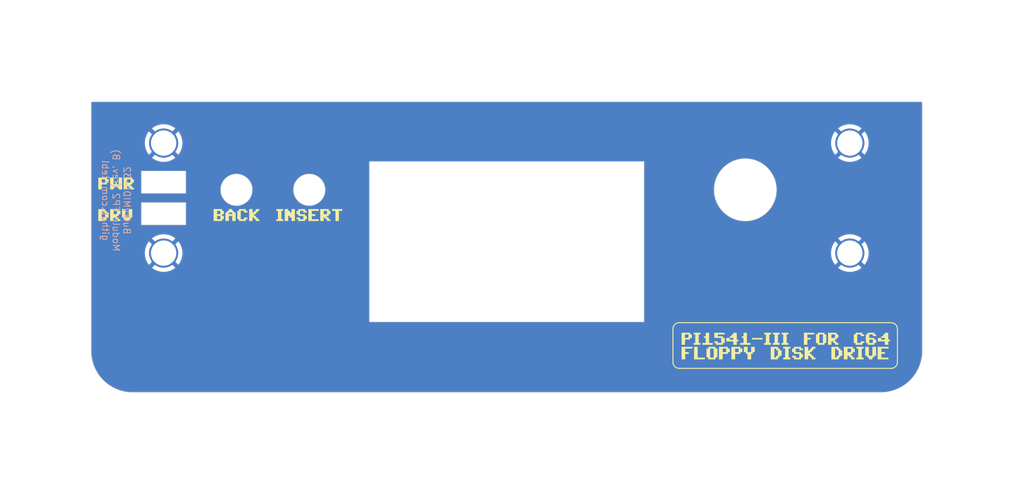
<source format=kicad_pcb>
(kicad_pcb (version 20221018) (generator pcbnew)
  (layers (0 "F.Cu" signal) (31 "B.Cu" signal) (34 "B.Paste" user) (35 "F.Paste" user) (36 "B.SilkS" user "B.Silkscreen") (37 "F.SilkS" user "F.Silkscreen") (38 "B.Mask" user) (39 "F.Mask" user) (44 "Edge.Cuts" user))
  (net 0 "")
  (net 1 "GND")
  (footprint "mounting:M3_pin" (layer "F.Cu") (at 99.815 129.199)
    (fp_text reference "M1" hide)
    (fp_text value "Mounting_Pin" hide)
    (pad "1" thru_hole circle (at 0 0) (size 3.5 3.5) (drill 3.048) (layers "*.Cu" "*.Mask") (net 1 "GND"))
  )
  (footprint "mounting:M3_pin" (layer "F.Cu") (at 182.365 129.199)
    (fp_text reference "M2" hide)
    (fp_text value "Mounting_Pin" hide)
    (pad "1" thru_hole circle (at 0 0) (size 3.5 3.5) (drill 3.048) (layers "*.Cu" "*.Mask") (net 1 "GND"))
  )
  (footprint "mounting:M3_pin" (layer "F.Cu") (at 182.365 115.949)
    (fp_text reference "M3" hide)
    (fp_text value "Mounting_Pin" hide)
    (pad "1" thru_hole circle (at 0 0) (size 3.5 3.5) (drill 3.048) (layers "*.Cu" "*.Mask") (net 1 "GND"))
  )
  (footprint "mounting:M3_pin" (layer "F.Cu") (at 99.815 115.949)
    (fp_text reference "M4" hide)
    (fp_text value "Mounting_Pin" hide)
    (pad "1" thru_hole circle (at 0 0) (size 3.5 3.5) (drill 3.048) (layers "*.Cu" "*.Mask") (net 1 "GND"))
  )
  (footprint "Pi1541:Pi1541-PWR" (layer "F.Cu") (at 94.1 120.817)
    (fp_text reference "G***" hide)
    (fp_text value "LOGO" hide)
    (fp_poly (pts (xy -1.118718 -0.508508) (xy -0.915315 -0.508508) (xy -0.915315 -0.101701) (xy -1.118718 -0.101701) (xy -1.118718 0.101702) (xy -1.728929 0.101702) (xy -1.728929 0.711912) (xy -2.135735 0.711912) (xy -2.135735 -0.508508) (xy -1.728929 -0.508508) (xy -1.728929 -0.101701) (xy -1.322122 -0.101701) (xy -1.322122 -0.508508) (xy -1.728929 -0.508508) (xy -2.135735 -0.508508) (xy -2.135735 -0.711911) (xy -1.118718 -0.711911) (xy -1.118718 -0.508508)) (stroke (width 0.01)) (fill solid) (layer "F.SilkS"))
    (fp_poly (pts (xy -0.305105 0.101702) (xy -0.101701 0.101702) (xy -0.101701 -0.101701) (xy 0.101702 -0.101701) (xy 0.101702 0.101702) (xy 0.305105 0.101702) (xy 0.305105 -0.711911) (xy 0.711912 -0.711911) (xy 0.711912 0.711912) (xy 0.305105 0.711912) (xy 0.305105 0.508509) (xy 0.101702 0.508509) (xy 0.101702 0.305106) (xy -0.101701 0.305106) (xy -0.101701 0.508509) (xy -0.305105 0.508509) (xy -0.305105 0.711912) (xy -0.711912 0.711912) (xy -0.711912 -0.711911) (xy -0.305105 -0.711911) (xy -0.305105 0.101702)) (stroke (width 0.01)) (fill solid) (layer "F.SilkS"))
    (fp_poly (pts (xy 1.932333 -0.508508) (xy 2.135736 -0.508508) (xy 2.135736 -0.101701) (xy 1.932333 -0.101701) (xy 1.932333 0.101702) (xy 1.728929 0.101702) (xy 1.728929 0.305106) (xy 1.932333 0.305106) (xy 1.932333 0.508509) (xy 2.135736 0.508509) (xy 2.135736 0.711912) (xy 1.728929 0.711912) (xy 1.728929 0.508509) (xy 1.525526 0.508509) (xy 1.525526 0.305106) (xy 1.322122 0.305106) (xy 1.322122 0.711912) (xy 0.915316 0.711912) (xy 0.915316 -0.508508) (xy 1.322122 -0.508508) (xy 1.322122 -0.101701) (xy 1.728929 -0.101701) (xy 1.728929 -0.508508) (xy 1.322122 -0.508508) (xy 0.915316 -0.508508) (xy 0.915316 -0.711911) (xy 1.932333 -0.711911) (xy 1.932333 -0.508508)) (stroke (width 0.01)) (fill solid) (layer "F.SilkS"))
  )
  (footprint "Pi1541:Pi1541-DRV" (layer "F.Cu") (at 94.1 124.6162)
    (fp_text reference "G***" hide)
    (fp_text value "LOGO" hide)
    (fp_poly (pts (xy 1.118719 0.305106) (xy 1.525526 0.305106) (xy 1.525526 -0.711911) (xy 1.932333 -0.711911) (xy 1.932333 0.305106) (xy 1.728929 0.305106) (xy 1.728929 0.508509) (xy 1.525526 0.508509) (xy 1.525526 0.711912) (xy 1.118719 0.711912) (xy 1.118719 0.508509) (xy 0.915316 0.508509) (xy 0.915316 0.305106) (xy 0.711912 0.305106) (xy 0.711912 -0.711911) (xy 1.118719 -0.711911) (xy 1.118719 0.305106)) (stroke (width 0.01)) (fill solid) (layer "F.SilkS"))
    (fp_poly (pts (xy -1.322122 -0.508508) (xy -1.118718 -0.508508) (xy -1.118718 -0.305105) (xy -0.915315 -0.305105) (xy -0.915315 0.305106) (xy -1.118718 0.305106) (xy -1.118718 0.508509) (xy -1.322122 0.508509) (xy -1.322122 0.711912) (xy -2.135735 0.711912) (xy -2.135735 -0.508508) (xy -1.728929 -0.508508) (xy -1.728929 0.508509) (xy -1.525525 0.508509) (xy -1.525525 0.305106) (xy -1.322122 0.305106) (xy -1.322122 -0.305105) (xy -1.525525 -0.305105) (xy -1.525525 -0.508508) (xy -1.728929 -0.508508) (xy -2.135735 -0.508508) (xy -2.135735 -0.711911) (xy -1.322122 -0.711911) (xy -1.322122 -0.508508)) (stroke (width 0.01)) (fill solid) (layer "F.SilkS"))
    (fp_poly (pts (xy 0.305105 -0.508508) (xy 0.508509 -0.508508) (xy 0.508509 -0.101701) (xy 0.305105 -0.101701) (xy 0.305105 0.101702) (xy 0.101702 0.101702) (xy 0.101702 0.305106) (xy 0.305105 0.305106) (xy 0.305105 0.508509) (xy 0.508509 0.508509) (xy 0.508509 0.711912) (xy 0.101702 0.711912) (xy 0.101702 0.508509) (xy -0.101701 0.508509) (xy -0.101701 0.305106) (xy -0.305105 0.305106) (xy -0.305105 0.711912) (xy -0.711912 0.711912) (xy -0.711912 -0.508508) (xy -0.305105 -0.508508) (xy -0.305105 -0.101701) (xy 0.101702 -0.101701) (xy 0.101702 -0.508508) (xy -0.305105 -0.508508) (xy -0.711912 -0.508508) (xy -0.711912 -0.711911) (xy 0.305105 -0.711911) (xy 0.305105 -0.508508)) (stroke (width 0.01)) (fill solid) (layer "F.SilkS"))
  )
  (footprint "Pi1541:Pi1541-Insert" (layer "F.Cu") (at 117.338 124.6162)
    (fp_text reference "G***" hide)
    (fp_text value "LOGO" hide)
    (fp_poly (pts (xy 3.966366 -0.508508) (xy 3.559559 -0.508508) (xy 3.559559 0.711912) (xy 3.152753 0.711912) (xy 3.152753 -0.508508) (xy 2.745946 -0.508508) (xy 2.745946 -0.711911) (xy 3.966366 -0.711911) (xy 3.966366 -0.508508)) (stroke (width 0.01)) (fill solid) (layer "F.SilkS"))
    (fp_poly (pts (xy -3.152753 -0.508508) (xy -3.356156 -0.508508) (xy -3.356156 0.508509) (xy -3.152753 0.508509) (xy -3.152753 0.711912) (xy -3.966366 0.711912) (xy -3.966366 0.508509) (xy -3.762963 0.508509) (xy -3.762963 -0.508508) (xy -3.966366 -0.508508) (xy -3.966366 -0.711911) (xy -3.152753 -0.711911) (xy -3.152753 -0.508508)) (stroke (width 0.01)) (fill solid) (layer "F.SilkS"))
    (fp_poly (pts (xy 1.118719 -0.508508) (xy 0.305105 -0.508508) (xy 0.305105 -0.101701) (xy 0.711912 -0.101701) (xy 0.711912 0.101702) (xy 0.305105 0.101702) (xy 0.305105 0.508509) (xy 1.118719 0.508509) (xy 1.118719 0.711912) (xy -0.101702 0.711912) (xy -0.101702 -0.711911) (xy 1.118719 -0.711911) (xy 1.118719 -0.508508)) (stroke (width 0.01)) (fill solid) (layer "F.SilkS"))
    (fp_poly (pts (xy -2.542543 -0.508508) (xy -2.339139 -0.508508) (xy -2.339139 -0.305105) (xy -2.135736 -0.305105) (xy -2.135736 -0.711911) (xy -1.728929 -0.711911) (xy -1.728929 0.711912) (xy -2.135736 0.711912) (xy -2.135736 0.305106) (xy -2.339139 0.305106) (xy -2.339139 0.101702) (xy -2.542543 0.101702) (xy -2.542543 0.711912) (xy -2.949349 0.711912) (xy -2.949349 -0.711911) (xy -2.542543 -0.711911) (xy -2.542543 -0.508508)) (stroke (width 0.01)) (fill solid) (layer "F.SilkS"))
    (fp_poly (pts (xy 2.339139 -0.508508) (xy 2.542542 -0.508508) (xy 2.542542 -0.101701) (xy 2.339139 -0.101701) (xy 2.339139 0.101702) (xy 2.135736 0.101702) (xy 2.135736 0.305106) (xy 2.339139 0.305106) (xy 2.339139 0.508509) (xy 2.542542 0.508509) (xy 2.542542 0.711912) (xy 2.135736 0.711912) (xy 2.135736 0.508509) (xy 1.932332 0.508509) (xy 1.932332 0.305106) (xy 1.728929 0.305106) (xy 1.728929 0.711912) (xy 1.322122 0.711912) (xy 1.322122 -0.508508) (xy 1.728929 -0.508508) (xy 1.728929 -0.101701) (xy 2.135736 -0.101701) (xy 2.135736 -0.508508) (xy 1.728929 -0.508508) (xy 1.322122 -0.508508) (xy 1.322122 -0.711911) (xy 2.339139 -0.711911) (xy 2.339139 -0.508508)) (stroke (width 0.01)) (fill solid) (layer "F.SilkS"))
    (fp_poly (pts (xy -0.508509 -0.508508) (xy -0.305105 -0.508508) (xy -0.305105 -0.305105) (xy -0.711912 -0.305105) (xy -0.711912 -0.508508) (xy -1.118719 -0.508508) (xy -1.118719 -0.101701) (xy -0.508509 -0.101701) (xy -0.508509 0.101702) (xy -0.305105 0.101702) (xy -0.305105 0.508509) (xy -0.508509 0.508509) (xy -0.508509 0.711912) (xy -1.322122 0.711912) (xy -1.322122 0.508509) (xy -1.525526 0.508509) (xy -1.525526 0.305106) (xy -1.118719 0.305106) (xy -1.118719 0.508509) (xy -0.711912 0.508509) (xy -0.711912 0.101702) (xy -1.322122 0.101702) (xy -1.322122 -0.101701) (xy -1.525526 -0.101701) (xy -1.525526 -0.508508) (xy -1.322122 -0.508508) (xy -1.322122 -0.711911) (xy -0.508509 -0.711911) (xy -0.508509 -0.508508)) (stroke (width 0.01)) (fill solid) (layer "F.SilkS"))
  )
  (footprint "Pi1541:Pi1541-Back" (layer "F.Cu") (at 108.578 124.6162)
    (fp_text reference "G***" hide)
    (fp_text value "LOGO" hide)
    (fp_poly (pts (xy 1.118719 -0.508508) (xy 1.322123 -0.508508) (xy 1.322123 -0.305105) (xy 0.915316 -0.305105) (xy 0.915316 -0.508508) (xy 0.508509 -0.508508) (xy 0.508509 0.508509) (xy 0.915316 0.508509) (xy 0.915316 0.305106) (xy 1.322123 0.305106) (xy 1.322123 0.508509) (xy 1.118719 0.508509) (xy 1.118719 0.711912) (xy 0.305106 0.711912) (xy 0.305106 0.508509) (xy 0.101702 0.508509) (xy 0.101702 -0.508508) (xy 0.305106 -0.508508) (xy 0.305106 -0.711911) (xy 1.118719 -0.711911) (xy 1.118719 -0.508508)) (stroke (width 0.01)) (fill solid) (layer "F.SilkS"))
    (fp_poly (pts (xy -0.508508 -0.508508) (xy -0.305105 -0.508508) (xy -0.305105 -0.305105) (xy -0.101701 -0.305105) (xy -0.101701 0.711912) (xy -0.508508 0.711912) (xy -0.508508 0.101702) (xy -0.915315 0.101702) (xy -0.915315 0.711912) (xy -1.322122 0.711912) (xy -1.322122 -0.305105) (xy -1.118718 -0.305105) (xy -0.915315 -0.305105) (xy -0.915315 -0.101701) (xy -0.508508 -0.101701) (xy -0.508508 -0.305105) (xy -0.915315 -0.305105) (xy -1.118718 -0.305105) (xy -1.118718 -0.508508) (xy -0.915315 -0.508508) (xy -0.915315 -0.711911) (xy -0.508508 -0.711911) (xy -0.508508 -0.508508)) (stroke (width 0.01)) (fill solid) (layer "F.SilkS"))
    (fp_poly (pts (xy -1.728928 -0.508508) (xy -1.525525 -0.508508) (xy -1.525525 -0.101701) (xy -1.728928 -0.101701) (xy -1.728928 0.101702) (xy -1.525525 0.101702) (xy -1.525525 0.508509) (xy -1.728928 0.508509) (xy -1.728928 0.711912) (xy -2.745945 0.711912) (xy -2.745945 0.101702) (xy -2.339139 0.101702) (xy -2.339139 0.508509) (xy -1.932332 0.508509) (xy -1.932332 0.101702) (xy -2.339139 0.101702) (xy -2.745945 0.101702) (xy -2.745945 -0.508508) (xy -2.339139 -0.508508) (xy -2.339139 -0.101701) (xy -1.932332 -0.101701) (xy -1.932332 -0.508508) (xy -2.339139 -0.508508) (xy -2.745945 -0.508508) (xy -2.745945 -0.711911) (xy -1.728928 -0.711911) (xy -1.728928 -0.508508)) (stroke (width 0.01)) (fill solid) (layer "F.SilkS"))
    (fp_poly (pts (xy 1.932333 -0.305105) (xy 2.135736 -0.305105) (xy 2.135736 -0.508508) (xy 2.33914 -0.508508) (xy 2.33914 -0.711911) (xy 2.745946 -0.711911) (xy 2.745946 -0.508508) (xy 2.542543 -0.508508) (xy 2.542543 -0.305105) (xy 2.33914 -0.305105) (xy 2.33914 -0.101701) (xy 2.135736 -0.101701) (xy 2.135736 0.101702) (xy 2.33914 0.101702) (xy 2.33914 0.305106) (xy 2.542543 0.305106) (xy 2.542543 0.508509) (xy 2.745946 0.508509) (xy 2.745946 0.711912) (xy 2.33914 0.711912) (xy 2.33914 0.508509) (xy 2.135736 0.508509) (xy 2.135736 0.305106) (xy 1.932333 0.305106) (xy 1.932333 0.711912) (xy 1.525526 0.711912) (xy 1.525526 -0.711911) (xy 1.932333 -0.711911) (xy 1.932333 -0.305105)) (stroke (width 0.01)) (fill solid) (layer "F.SilkS"))
  )
  (footprint "Pi1541:Pi1541-Decal" (layer "F.Cu") (at 174.84 141.329)
    (fp_text reference "G***" hide)
    (fp_text value "LOGO" hide)
    (fp_poly (pts (xy -2.974775 -1.728929) (xy -4.22062 -1.728929) (xy -4.22062 -1.906907) (xy -2.974775 -1.906907) (xy -2.974775 -1.728929)) (stroke (width 0.01)) (fill solid) (layer "F.SilkS"))
    (fp_poly (pts (xy -10.78038 0.457658) (xy -9.915916 0.457658) (xy -9.915916 0.661061) (xy -11.212612 0.661061) (xy -11.212612 -0.839039) (xy -10.78038 -0.839039) (xy -10.78038 0.457658)) (stroke (width 0.01)) (fill solid) (layer "F.SilkS"))
    (fp_poly (pts (xy -11.416016 -0.635636) (xy -12.28048 -0.635636) (xy -12.28048 -0.203403) (xy -11.848248 -0.203403) (xy -11.848248 0) (xy -12.28048 0) (xy -12.28048 0.661061) (xy -12.712712 0.661061) (xy -12.712712 -0.839039) (xy -11.416016 -0.839039) (xy -11.416016 -0.635636)) (stroke (width 0.01)) (fill solid) (layer "F.SilkS"))
    (fp_poly (pts (xy -10.44985 -2.339139) (xy -10.653253 -2.339139) (xy -10.653253 -1.296697) (xy -10.44985 -1.296697) (xy -10.44985 -1.093293) (xy -11.263463 -1.093293) (xy -11.263463 -1.296697) (xy -11.06006 -1.296697) (xy -11.06006 -2.339139) (xy -11.263463 -2.339139) (xy -11.263463 -2.542542) (xy -10.44985 -2.542542) (xy -10.44985 -2.339139)) (stroke (width 0.01)) (fill solid) (layer "F.SilkS"))
    (fp_poly (pts (xy -1.957758 -2.339139) (xy -2.161161 -2.339139) (xy -2.161161 -1.296697) (xy -1.957758 -1.296697) (xy -1.957758 -1.093293) (xy -2.771371 -1.093293) (xy -2.771371 -1.296697) (xy -2.567968 -1.296697) (xy -2.567968 -2.339139) (xy -2.771371 -2.339139) (xy -2.771371 -2.542542) (xy -1.957758 -2.542542) (xy -1.957758 -2.339139)) (stroke (width 0.01)) (fill solid) (layer "F.SilkS"))
    (fp_poly (pts (xy -0.915315 -2.339139) (xy -1.118719 -2.339139) (xy -1.118719 -1.296697) (xy -0.915315 -1.296697) (xy -0.915315 -1.093293) (xy -1.728929 -1.093293) (xy -1.728929 -1.296697) (xy -1.525525 -1.296697) (xy -1.525525 -2.339139) (xy -1.728929 -2.339139) (xy -1.728929 -2.542542) (xy -0.915315 -2.542542) (xy -0.915315 -2.339139)) (stroke (width 0.01)) (fill solid) (layer "F.SilkS"))
    (fp_poly (pts (xy 0.127127 -2.339139) (xy -0.076276 -2.339139) (xy -0.076276 -1.296697) (xy 0.127127 -1.296697) (xy 0.127127 -1.093293) (xy -0.686486 -1.093293) (xy -0.686486 -1.296697) (xy -0.483083 -1.296697) (xy -0.483083 -2.339139) (xy -0.686486 -2.339139) (xy -0.686486 -2.542542) (xy 0.127127 -2.542542) (xy 0.127127 -2.339139)) (stroke (width 0.01)) (fill solid) (layer "F.SilkS"))
    (fp_poly (pts (xy 12.178779 -0.635636) (xy 11.314315 -0.635636) (xy 11.314315 -0.203403) (xy 11.746547 -0.203403) (xy 11.746547 0) (xy 11.314315 0) (xy 11.314315 0.457658) (xy 12.178779 0.457658) (xy 12.178779 0.661061) (xy 10.882082 0.661061) (xy 10.882082 -0.839039) (xy 12.178779 -0.839039) (xy 12.178779 -0.635636)) (stroke (width 0.01)) (fill solid) (layer "F.SilkS"))
    (fp_poly (pts (xy 2.625175 -2.536638) (xy 3.241742 -2.52983) (xy 3.249633 -2.434484) (xy 3.257524 -2.339139) (xy 2.415416 -2.339139) (xy 2.415416 -1.906907) (xy 2.822222 -1.906907) (xy 2.822222 -1.731068) (xy 2.428128 -1.716216) (xy 2.420989 -1.404755) (xy 2.41385 -1.093293) (xy 2.008609 -1.093293) (xy 2.008609 -2.543446) (xy 2.625175 -2.536638)) (stroke (width 0.01)) (fill solid) (layer "F.SilkS"))
    (fp_poly (pts (xy -4.77998 -0.203403) (xy -4.347748 -0.203403) (xy -4.347748 -0.839039) (xy -3.915515 -0.839039) (xy -3.915515 -0.203403) (xy -4.144344 -0.203403) (xy -4.144344 0) (xy -4.347748 0) (xy -4.347748 0.661061) (xy -4.77998 0.661061) (xy -4.77998 0) (xy -4.983383 0) (xy -4.983383 -0.203403) (xy -5.212212 -0.203403) (xy -5.212212 -0.839039) (xy -4.77998 -0.839039) (xy -4.77998 -0.203403)) (stroke (width 0.01)) (fill solid) (layer "F.SilkS"))
    (fp_poly (pts (xy 9.814214 0.228829) (xy 10.246447 0.228829) (xy 10.246447 -0.839039) (xy 10.678679 -0.839039) (xy 10.678679 0.228829) (xy 10.44985 0.228829) (xy 10.44985 0.432232) (xy 10.246447 0.432232) (xy 10.246447 0.661061) (xy 9.814214 0.661061) (xy 9.814214 0.432232) (xy 9.610811 0.432232) (xy 9.610811 0.228829) (xy 9.381982 0.228829) (xy 9.381982 -0.839039) (xy 9.814214 -0.839039) (xy 9.814214 0.228829)) (stroke (width 0.01)) (fill solid) (layer "F.SilkS"))
    (fp_poly (pts (xy -7.144544 -0.635636) (xy -6.915716 -0.635636) (xy -6.915716 -0.203403) (xy -7.144544 -0.203403) (xy -7.144544 0) (xy -7.78018 0) (xy -7.78018 0.661061) (xy -8.212412 0.661061) (xy -8.212412 -0.635636) (xy -7.78018 -0.635636) (xy -7.78018 -0.203403) (xy -7.347948 -0.203403) (xy -7.347948 -0.635636) (xy -7.78018 -0.635636) (xy -8.212412 -0.635636) (xy -8.212412 -0.839039) (xy -7.144544 -0.839039) (xy -7.144544 -0.635636)) (stroke (width 0.01)) (fill solid) (layer "F.SilkS"))
    (fp_poly (pts (xy -5.644444 -0.635636) (xy -5.415615 -0.635636) (xy -5.415615 -0.203403) (xy -5.644444 -0.203403) (xy -5.644444 0) (xy -6.28008 0) (xy -6.28008 0.661061) (xy -6.712312 0.661061) (xy -6.712312 -0.635636) (xy -6.28008 -0.635636) (xy -6.28008 -0.203403) (xy -5.847848 -0.203403) (xy -5.847848 -0.635636) (xy -6.28008 -0.635636) (xy -6.712312 -0.635636) (xy -6.712312 -0.839039) (xy -5.644444 -0.839039) (xy -5.644444 -0.635636)) (stroke (width 0.01)) (fill solid) (layer "F.SilkS"))
    (fp_poly (pts (xy -9.407407 -1.296697) (xy -8.975175 -1.296697) (xy -8.975175 -1.093293) (xy -10.221021 -1.093293) (xy -10.221021 -1.296697) (xy -9.814214 -1.296697) (xy -9.814214 -1.932332) (xy -9.915916 -1.932332) (xy -9.981032 -1.935026) (xy -10.00997 -1.95166) (xy -10.01739 -1.995063) (xy -10.017617 -2.021321) (xy -10.014479 -2.078498) (xy -9.995241 -2.103762) (xy -9.945173 -2.110133) (xy -9.916944 -2.11031) (xy -9.816271 -2.11031) (xy -9.801501 -2.52983) (xy -9.604454 -2.537256) (xy -9.407407 -2.544681) (xy -9.407407 -1.296697)) (stroke (width 0.01)) (fill solid) (layer "F.SilkS"))
    (fp_poly (pts (xy -4.856256 -1.296697) (xy -4.424024 -1.296697) (xy -4.424024 -1.093293) (xy -5.66987 -1.093293) (xy -5.66987 -1.296697) (xy -5.263063 -1.296697) (xy -5.263063 -1.932332) (xy -5.364765 -1.932332) (xy -5.429881 -1.935026) (xy -5.458818 -1.95166) (xy -5.466239 -1.995063) (xy -5.466466 -2.021321) (xy -5.463328 -2.078498) (xy -5.44409 -2.103762) (xy -5.394021 -2.110133) (xy -5.365793 -2.11031) (xy -5.265119 -2.11031) (xy -5.257735 -2.32007) (xy -5.25035 -2.52983) (xy -5.053303 -2.537256) (xy -4.856256 -2.544681) (xy -4.856256 -1.296697)) (stroke (width 0.01)) (fill solid) (layer "F.SilkS"))
    (fp_poly (pts (xy 0.381382 -0.635636) (xy 0.151541 -0.635636) (xy 0.158403 -0.095345) (xy 0.165265 0.444945) (xy 0.273324 0.452763) (xy 0.341006 0.45997) (xy 0.372145 0.477928) (xy 0.380933 0.520831) (xy 0.381382 0.560821) (xy 0.381382 0.661061) (xy -0.483083 0.661061) (xy -0.483083 0.560821) (xy -0.480593 0.497856) (xy -0.463663 0.467745) (xy -0.4181 0.456296) (xy -0.375025 0.452763) (xy -0.266967 0.444945) (xy -0.260105 -0.095345) (xy -0.253243 -0.635636) (xy -0.483083 -0.635636) (xy -0.483083 -0.839039) (xy 0.381382 -0.839039) (xy 0.381382 -0.635636)) (stroke (width 0.01)) (fill solid) (layer "F.SilkS"))
    (fp_poly (pts (xy 9.178579 -0.635636) (xy 8.948739 -0.635636) (xy 8.955601 -0.095345) (xy 8.962463 0.444945) (xy 9.070521 0.452763) (xy 9.138203 0.45997) (xy 9.169342 0.477928) (xy 9.178131 0.520831) (xy 9.178579 0.560821) (xy 9.178579 0.661061) (xy 8.314114 0.661061) (xy 8.314114 0.560821) (xy 8.316604 0.497856) (xy 8.333535 0.467745) (xy 8.379098 0.456296) (xy 8.422172 0.452763) (xy 8.53023 0.444945) (xy 8.537092 -0.095345) (xy 8.543954 -0.635636) (xy 8.314114 -0.635636) (xy 8.314114 -0.839039) (xy 9.178579 -0.839039) (xy 9.178579 -0.635636)) (stroke (width 0.01)) (fill solid) (layer "F.SilkS"))
    (fp_poly (pts (xy -8.644644 -0.635636) (xy -8.415816 -0.635636) (xy -8.415816 0.429308) (xy -8.523874 0.437127) (xy -8.591745 0.444516) (xy -8.624108 0.463708) (xy -8.636189 0.509933) (xy -8.63975 0.553003) (xy -8.647568 0.661061) (xy -9.48076 0.661061) (xy -9.488578 0.553003) (xy -9.495967 0.485132) (xy -9.51516 0.452769) (xy -9.561384 0.440688) (xy -9.604454 0.437127) (xy -9.712512 0.429308) (xy -9.712512 -0.635636) (xy -9.483683 -0.635636) (xy -9.28028 -0.635636) (xy -9.28028 0.457658) (xy -8.848048 0.457658) (xy -8.848048 -0.635636) (xy -9.28028 -0.635636) (xy -9.483683 -0.635636) (xy -9.483683 -0.839039) (xy -8.644644 -0.839039) (xy -8.644644 -0.635636)) (stroke (width 0.01)) (fill solid) (layer "F.SilkS"))
    (fp_poly (pts (xy 4.474875 -2.442303) (xy 4.477365 -2.379337) (xy 4.494295 -2.349226) (xy 4.539858 -2.337777) (xy 4.582933 -2.334245) (xy 4.690991 -2.326426) (xy 4.690991 -1.309409) (xy 4.582933 -1.301591) (xy 4.515251 -1.294384) (xy 4.484112 -1.276426) (xy 4.475323 -1.233524) (xy 4.474875 -1.193533) (xy 4.474875 -1.093293) (xy 3.661261 -1.093293) (xy 3.661261 -1.296697) (xy 3.457858 -1.296697) (xy 3.457858 -2.339139) (xy 3.661261 -2.339139) (xy 3.864665 -2.339139) (xy 3.864665 -1.296697) (xy 4.296897 -1.296697) (xy 4.296897 -2.339139) (xy 3.864665 -2.339139) (xy 3.661261 -2.339139) (xy 3.661261 -2.542542) (xy 4.474875 -2.542542) (xy 4.474875 -2.442303)) (stroke (width 0.01)) (fill solid) (layer "F.SilkS"))
    (fp_poly (pts (xy -11.695695 -2.442303) (xy -11.693206 -2.379337) (xy -11.676275 -2.349226) (xy -11.630712 -2.337777) (xy -11.587637 -2.334245) (xy -11.479579 -2.326426) (xy -11.472181 -2.130892) (xy -11.464782 -1.935358) (xy -11.573882 -1.927489) (xy -11.642337 -1.919833) (xy -11.67519 -1.901167) (xy -11.687641 -1.858179) (xy -11.690827 -1.825068) (xy -11.69867 -1.730517) (xy -11.995932 -1.723367) (xy -12.293193 -1.716216) (xy -12.300332 -1.404755) (xy -12.307471 -1.093293) (xy -12.712712 -1.093293) (xy -12.712712 -2.339139) (xy -12.305906 -2.339139) (xy -12.305906 -1.90485) (xy -11.886386 -1.91962) (xy -11.879002 -2.129379) (xy -11.871617 -2.339139) (xy -12.305906 -2.339139) (xy -12.712712 -2.339139) (xy -12.712712 -2.542542) (xy -11.695695 -2.542542) (xy -11.695695 -2.442303)) (stroke (width 0.01)) (fill solid) (layer "F.SilkS"))
    (fp_poly (pts (xy -7.538638 -2.52983) (xy -7.530747 -2.434484) (xy -7.522856 -2.339139) (xy -8.367889 -2.339139) (xy -8.36007 -2.231081) (xy -8.352252 -2.123023) (xy -8.054991 -2.115873) (xy -7.757729 -2.108722) (xy -7.749886 -2.014171) (xy -7.741807 -1.954764) (xy -7.720572 -1.926113) (xy -7.670962 -1.914862) (xy -7.63319 -1.911763) (xy -7.524338 -1.903905) (xy -7.538638 -1.309409) (xy -7.646696 -1.301591) (xy -7.714379 -1.294384) (xy -7.745518 -1.276426) (xy -7.754306 -1.233524) (xy -7.754755 -1.193533) (xy -7.754755 -1.093293) (xy -8.568368 -1.093293) (xy -8.568368 -1.296697) (xy -8.771772 -1.296697) (xy -8.771772 -1.5001) (xy -8.364965 -1.5001) (xy -8.364965 -1.296697) (xy -7.931167 -1.296697) (xy -7.938306 -1.608158) (xy -7.945445 -1.91962) (xy -8.358608 -1.926606) (xy -8.771772 -1.933592) (xy -8.771772 -2.543446) (xy -7.538638 -2.52983)) (stroke (width 0.01)) (fill solid) (layer "F.SilkS"))
    (fp_poly (pts (xy 9.026026 -2.442303) (xy 9.028516 -2.379337) (xy 9.045447 -2.349226) (xy 9.09101 -2.337777) (xy 9.134084 -2.334245) (xy 9.202119 -2.326544) (xy 9.234642 -2.307525) (xy 9.246942 -2.263586) (xy 9.250034 -2.231081) (xy 9.257925 -2.135736) (xy 8.848048 -2.135736) (xy 8.848048 -2.339139) (xy 8.415816 -2.339139) (xy 8.415816 -1.296697) (xy 8.848048 -1.296697) (xy 8.848048 -1.5001) (xy 9.257925 -1.5001) (xy 9.250034 -1.404755) (xy 9.241914 -1.344699) (xy 9.220639 -1.315852) (xy 9.170919 -1.30461) (xy 9.134084 -1.301591) (xy 9.066402 -1.294384) (xy 9.035263 -1.276426) (xy 9.026475 -1.233524) (xy 9.026026 -1.193533) (xy 9.026026 -1.093293) (xy 8.212413 -1.093293) (xy 8.212413 -1.296697) (xy 8.009009 -1.296697) (xy 8.009009 -2.339139) (xy 8.212413 -2.339139) (xy 8.212413 -2.542542) (xy 9.026026 -2.542542) (xy 9.026026 -2.442303)) (stroke (width 0.01)) (fill solid) (layer "F.SilkS"))
    (fp_poly (pts (xy 7.881882 -0.635636) (xy 8.110711 -0.635636) (xy 8.110711 -0.203403) (xy 7.881882 -0.203403) (xy 7.881882 0) (xy 7.678479 0) (xy 7.678479 0.228829) (xy 7.778718 0.228829) (xy 7.841684 0.231319) (xy 7.871795 0.248249) (xy 7.883244 0.293812) (xy 7.886777 0.336887) (xy 7.894165 0.404758) (xy 7.913358 0.437121) (xy 7.959582 0.449202) (xy 8.002653 0.452763) (xy 8.070335 0.45997) (xy 8.101474 0.477928) (xy 8.110263 0.520831) (xy 8.110711 0.560821) (xy 8.110711 0.661061) (xy 7.678479 0.661061) (xy 7.678479 0.432232) (xy 7.475075 0.432232) (xy 7.475075 0.228829) (xy 7.246246 0.228829) (xy 7.246246 0.661061) (xy 6.814014 0.661061) (xy 6.814014 -0.635636) (xy 7.246246 -0.635636) (xy 7.246246 -0.203403) (xy 7.678479 -0.203403) (xy 7.678479 -0.635636) (xy 7.246246 -0.635636) (xy 6.814014 -0.635636) (xy 6.814014 -0.839039) (xy 7.881882 -0.839039) (xy 7.881882 -0.635636)) (stroke (width 0.01)) (fill solid) (layer "F.SilkS"))
    (fp_poly (pts (xy -1.118719 -0.737337) (xy -1.116246 -0.67224) (xy -1.099183 -0.643314) (xy -1.053061 -0.63588) (xy -1.018479 -0.635636) (xy -0.955513 -0.633146) (xy -0.925402 -0.616215) (xy -0.913953 -0.570652) (xy -0.910421 -0.527578) (xy -0.903032 -0.459706) (xy -0.883839 -0.427344) (xy -0.837615 -0.415262) (xy -0.794544 -0.411701) (xy -0.686486 -0.403883) (xy -0.686486 0.228829) (xy -0.915315 0.228829) (xy -0.915315 0.432232) (xy -1.118719 0.432232) (xy -1.118719 0.661061) (xy -1.983183 0.661061) (xy -1.983183 -0.635636) (xy -1.550951 -0.635636) (xy -1.550951 0.460582) (xy -1.442893 0.452763) (xy -1.375021 0.445374) (xy -1.342659 0.426182) (xy -1.330577 0.379957) (xy -1.327016 0.336887) (xy -1.31981 0.269205) (xy -1.301851 0.238065) (xy -1.258949 0.229277) (xy -1.218958 0.228829) (xy -1.118719 0.228829) (xy -1.118719 -0.432232) (xy -1.322122 -0.432232) (xy -1.322122 -0.635636) (xy -1.550951 -0.635636) (xy -1.983183 -0.635636) (xy -1.983183 -0.839039) (xy -1.118719 -0.839039) (xy -1.118719 -0.737337)) (stroke (width 0.01)) (fill solid) (layer "F.SilkS"))
    (fp_poly (pts (xy 6.178379 -0.737337) (xy 6.180851 -0.67224) (xy 6.197914 -0.643314) (xy 6.244036 -0.63588) (xy 6.278618 -0.635636) (xy 6.341584 -0.633146) (xy 6.371695 -0.616215) (xy 6.383144 -0.570652) (xy 6.386676 -0.527578) (xy 6.394065 -0.459706) (xy 6.413258 -0.427344) (xy 6.459482 -0.415262) (xy 6.502553 -0.411701) (xy 6.610611 -0.403883) (xy 6.610611 0.228829) (xy 6.381782 0.228829) (xy 6.381782 0.432232) (xy 6.178379 0.432232) (xy 6.178379 0.661061) (xy 5.313914 0.661061) (xy 5.313914 -0.635636) (xy 5.746146 -0.635636) (xy 5.746146 0.460582) (xy 5.854204 0.452763) (xy 5.922076 0.445374) (xy 5.954438 0.426182) (xy 5.96652 0.379957) (xy 5.970081 0.336887) (xy 5.977287 0.269205) (xy 5.995246 0.238065) (xy 6.038148 0.229277) (xy 6.078139 0.228829) (xy 6.178379 0.228829) (xy 6.178379 -0.432232) (xy 5.974975 -0.432232) (xy 5.974975 -0.635636) (xy 5.746146 -0.635636) (xy 5.313914 -0.635636) (xy 5.313914 -0.839039) (xy 6.178379 -0.839039) (xy 6.178379 -0.737337)) (stroke (width 0.01)) (fill solid) (layer "F.SilkS"))
    (fp_poly (pts (xy -6.286436 -2.537256) (xy -6.089389 -2.52983) (xy -6.082403 -2.116667) (xy -6.075417 -1.703503) (xy -5.870203 -1.703503) (xy -5.878095 -1.608158) (xy -5.887364 -1.54521) (xy -5.911964 -1.516655) (xy -5.968339 -1.506046) (xy -5.981331 -1.504922) (xy -6.076676 -1.49703) (xy -6.076676 -1.093293) (xy -6.483483 -1.093293) (xy -6.483483 -1.5001) (xy -7.322522 -1.5001) (xy -7.322522 -1.906907) (xy -6.915716 -1.906907) (xy -6.915716 -1.703503) (xy -6.480559 -1.703503) (xy -6.488378 -1.811562) (xy -6.496196 -1.91962) (xy -6.705956 -1.927004) (xy -6.915716 -1.934389) (xy -6.915716 -2.020888) (xy -6.912433 -2.075369) (xy -6.893123 -2.101704) (xy -6.843591 -2.112284) (xy -6.807657 -2.115205) (xy -6.739786 -2.122594) (xy -6.707423 -2.141786) (xy -6.695342 -2.188011) (xy -6.691781 -2.231081) (xy -6.684574 -2.298763) (xy -6.666616 -2.329902) (xy -6.623714 -2.338691) (xy -6.583723 -2.339139) (xy -6.519791 -2.341591) (xy -6.491214 -2.35868) (xy -6.48375 -2.405011) (xy -6.483483 -2.44191) (xy -6.483483 -2.544681) (xy -6.286436 -2.537256)) (stroke (width 0.01)) (fill solid) (layer "F.SilkS"))
    (fp_poly (pts (xy 11.943594 -2.537256) (xy 12.140641 -2.52983) (xy 12.147627 -2.116667) (xy 12.154613 -1.703503) (xy 12.359827 -1.703503) (xy 12.351935 -1.608158) (xy 12.342666 -1.54521) (xy 12.318066 -1.516655) (xy 12.261691 -1.506046) (xy 12.248699 -1.504922) (xy 12.153354 -1.49703) (xy 12.153354 -1.093293) (xy 11.746547 -1.093293) (xy 11.746547 -1.5001) (xy 10.907508 -1.5001) (xy 10.907508 -1.906907) (xy 11.314315 -1.906907) (xy 11.314315 -1.703503) (xy 11.749471 -1.703503) (xy 11.741652 -1.811562) (xy 11.733834 -1.91962) (xy 11.524074 -1.927004) (xy 11.314315 -1.934389) (xy 11.314315 -2.020888) (xy 11.317597 -2.075369) (xy 11.336907 -2.101704) (xy 11.386439 -2.112284) (xy 11.422373 -2.115205) (xy 11.490244 -2.122594) (xy 11.522607 -2.141786) (xy 11.534688 -2.188011) (xy 11.538249 -2.231081) (xy 11.545456 -2.298763) (xy 11.563414 -2.329902) (xy 11.606316 -2.338691) (xy 11.646307 -2.339139) (xy 11.710239 -2.341591) (xy 11.738816 -2.35868) (xy 11.746281 -2.405011) (xy 11.746547 -2.44191) (xy 11.746547 -2.544681) (xy 11.943594 -2.537256)) (stroke (width 0.01)) (fill solid) (layer "F.SilkS"))
    (fp_poly (pts (xy 5.924124 -2.442303) (xy 5.926614 -2.379337) (xy 5.943545 -2.349226) (xy 5.989108 -2.337777) (xy 6.032182 -2.334245) (xy 6.14024 -2.326426) (xy 6.155038 -1.935358) (xy 6.045937 -1.927489) (xy 5.977474 -1.919817) (xy 5.944618 -1.90116) (xy 5.932175 -1.858291) (xy 5.929032 -1.825723) (xy 5.919568 -1.763339) (xy 5.894266 -1.735227) (xy 5.83655 -1.724813) (xy 5.827331 -1.724021) (xy 5.768163 -1.715867) (xy 5.739713 -1.69435) (xy 5.728564 -1.644191) (xy 5.725615 -1.608158) (xy 5.717797 -1.5001) (xy 5.924124 -1.5001) (xy 5.924124 -1.296697) (xy 6.152953 -1.296697) (xy 6.152953 -1.093293) (xy 5.746146 -1.093293) (xy 5.746146 -1.296697) (xy 5.542743 -1.296697) (xy 5.542743 -1.5001) (xy 5.313914 -1.5001) (xy 5.313914 -1.093293) (xy 4.907107 -1.093293) (xy 4.907107 -2.339139) (xy 5.313914 -2.339139) (xy 5.313914 -1.90485) (xy 5.733434 -1.91962) (xy 5.740818 -2.129379) (xy 5.748203 -2.339139) (xy 5.313914 -2.339139) (xy 4.907107 -2.339139) (xy 4.907107 -2.542542) (xy 5.924124 -2.542542) (xy 5.924124 -2.442303)) (stroke (width 0.01)) (fill solid) (layer "F.SilkS"))
    (fp_poly (pts (xy 1.652653 -0.635636) (xy 1.881482 -0.635636) (xy 1.881482 -0.432232) (xy 1.449249 -0.432232) (xy 1.449249 -0.635636) (xy 1.017017 -0.635636) (xy 1.017017 -0.203403) (xy 1.649729 -0.203403) (xy 1.657547 -0.095345) (xy 1.664936 -0.027474) (xy 1.684129 0.004889) (xy 1.730353 0.01697) (xy 1.773424 0.020531) (xy 1.881482 0.028349) (xy 1.881482 0.429308) (xy 1.773424 0.437127) (xy 1.705552 0.444516) (xy 1.67319 0.463708) (xy 1.661108 0.509933) (xy 1.657547 0.553003) (xy 1.649729 0.661061) (xy 0.816538 0.661061) (xy 0.808719 0.553003) (xy 0.801331 0.485132) (xy 0.782138 0.452769) (xy 0.735914 0.440688) (xy 0.692843 0.437127) (xy 0.625161 0.42992) (xy 0.594022 0.411962) (xy 0.585233 0.369059) (xy 0.584785 0.329069) (xy 0.584785 0.228829) (xy 1.017017 0.228829) (xy 1.017017 0.457658) (xy 1.449249 0.457658) (xy 1.449249 0) (xy 0.813614 0) (xy 0.813614 -0.203403) (xy 0.584785 -0.203403) (xy 0.584785 -0.635636) (xy 0.813614 -0.635636) (xy 0.813614 -0.839039) (xy 1.652653 -0.839039) (xy 1.652653 -0.635636)) (stroke (width 0.01)) (fill solid) (layer "F.SilkS"))
    (fp_poly (pts (xy 10.475275 -2.442303) (xy 10.477765 -2.379337) (xy 10.494696 -2.349226) (xy 10.540259 -2.337777) (xy 10.583334 -2.334245) (xy 10.651368 -2.326544) (xy 10.683891 -2.307525) (xy 10.696191 -2.263586) (xy 10.699283 -2.231081) (xy 10.707174 -2.135736) (xy 10.297298 -2.135736) (xy 10.297298 -2.339139) (xy 9.865065 -2.339139) (xy 9.865065 -1.906907) (xy 10.472206 -1.906907) (xy 10.480097 -1.811562) (xy 10.488139 -1.751719) (xy 10.509191 -1.722843) (xy 10.558455 -1.711521) (xy 10.597089 -1.708347) (xy 10.706189 -1.700478) (xy 10.69879 -1.504944) (xy 10.691392 -1.309409) (xy 10.583334 -1.301591) (xy 10.515651 -1.294384) (xy 10.484512 -1.276426) (xy 10.475724 -1.233524) (xy 10.475275 -1.193533) (xy 10.475275 -1.093293) (xy 9.661662 -1.093293) (xy 9.661662 -1.296697) (xy 9.863009 -1.296697) (xy 10.299354 -1.296697) (xy 10.291969 -1.506456) (xy 10.284585 -1.716216) (xy 9.877778 -1.716216) (xy 9.870393 -1.506456) (xy 9.863009 -1.296697) (xy 9.661662 -1.296697) (xy 9.458258 -1.296697) (xy 9.458258 -2.339139) (xy 9.661662 -2.339139) (xy 9.661662 -2.542542) (xy 10.475275 -2.542542) (xy 10.475275 -2.442303)) (stroke (width 0.01)) (fill solid) (layer "F.SilkS"))
    (fp_poly (pts (xy 2.517117 -0.403883) (xy 2.625175 -0.411701) (xy 2.693047 -0.41909) (xy 2.725409 -0.438283) (xy 2.737491 -0.484507) (xy 2.741052 -0.527578) (xy 2.748258 -0.59526) (xy 2.766217 -0.626399) (xy 2.809119 -0.635187) (xy 2.84911 -0.635636) (xy 2.913272 -0.638144) (xy 2.941782 -0.655456) (xy 2.949109 -0.702251) (xy 2.94935 -0.737337) (xy 2.94935 -0.839039) (xy 3.381582 -0.839039) (xy 3.381582 -0.635636) (xy 3.152753 -0.635636) (xy 3.152753 -0.432232) (xy 2.94935 -0.432232) (xy 2.94935 -0.203403) (xy 2.717597 -0.203403) (xy 2.725415 -0.095345) (xy 2.732804 -0.027474) (xy 2.751997 0.004889) (xy 2.798221 0.01697) (xy 2.841292 0.020531) (xy 2.908974 0.027738) (xy 2.940113 0.045696) (xy 2.948901 0.088598) (xy 2.94935 0.128589) (xy 2.951939 0.19307) (xy 2.969562 0.221485) (xy 3.017006 0.228621) (xy 3.049589 0.228829) (xy 3.112555 0.231319) (xy 3.142666 0.248249) (xy 3.154115 0.293812) (xy 3.157647 0.336887) (xy 3.165036 0.404758) (xy 3.184229 0.437121) (xy 3.230453 0.449202) (xy 3.273524 0.452763) (xy 3.341206 0.45997) (xy 3.372345 0.477928) (xy 3.381134 0.520831) (xy 3.381582 0.560821) (xy 3.381582 0.661061) (xy 2.94935 0.661061) (xy 2.94935 0.432232) (xy 2.745946 0.432232) (xy 2.745946 0.228829) (xy 2.517117 0.228829) (xy 2.517117 0.661061) (xy 2.084885 0.661061) (xy 2.084885 -0.839039) (xy 2.517117 -0.839039) (xy 2.517117 -0.403883)) (stroke (width 0.01)) (fill solid) (layer "F.SilkS"))
  )
  (gr_line (start 187.34 137.579) (end 161.84 137.579) (stroke (width 0.12)) (layer "F.SilkS"))
  (gr_arc (start 161.09 138.329) (mid 161.30967 137.79867) (end 161.84 137.579) (stroke (width 0.12)) (layer "F.SilkS"))
  (gr_arc (start 161.84 143.079) (mid 161.30967 142.85933) (end 161.09 142.329) (stroke (width 0.12)) (layer "F.SilkS"))
  (gr_arc (start 188.09 142.329) (mid 187.87033 142.85933) (end 187.34 143.079) (stroke (width 0.12)) (layer "F.SilkS"))
  (gr_line (start 161.84 143.079) (end 187.34 143.079) (stroke (width 0.12)) (layer "F.SilkS"))
  (gr_line (start 161.09 138.329) (end 161.09 142.329) (stroke (width 0.12)) (layer "F.SilkS"))
  (gr_line (start 188.09 142.329) (end 188.09 138.329) (stroke (width 0.12)) (layer "F.SilkS"))
  (gr_arc (start 187.34 137.579) (mid 187.87033 137.79867) (end 188.09 138.329) (stroke (width 0.12)) (layer "F.SilkS"))
  (gr_line (start 96.09 145.974) (end 186.09 145.974) (stroke (width 0.05)) (layer "Edge.Cuts"))
  (gr_line (start 191.09 110.974) (end 91.09 110.974) (stroke (width 0.05)) (layer "Edge.Cuts"))
  (gr_circle (center 108.578 121.579) (end 110.478 121.579) (stroke (width 0.05)) (fill none) (layer "Edge.Cuts"))
  (gr_circle (center 169.792 121.579) (end 173.542 121.579) (stroke (width 0.05)) (fill none) (layer "Edge.Cuts"))
  (gr_line (start 124.58 137.475) (end 124.58 118.169) (stroke (width 0.05)) (layer "Edge.Cuts"))
  (gr_circle (center 117.338 121.579) (end 119.238 121.579) (stroke (width 0.05)) (fill none) (layer "Edge.Cuts"))
  (gr_line (start 91.09 134.174) (end 91.09 140.974) (stroke (width 0.05)) (layer "Edge.Cuts"))
  (gr_line (start 191.09 134.174) (end 191.09 140.974) (stroke (width 0.05)) (layer "Edge.Cuts"))
  (gr_line (start 97.148 125.7862) (end 102.482 125.7862) (stroke (width 0.05)) (layer "Edge.Cuts"))
  (gr_line (start 97.148 123.1268) (end 97.148 125.7862) (stroke (width 0.05)) (layer "Edge.Cuts"))
  (gr_line (start 102.482 123.1268) (end 97.148 123.1268) (stroke (width 0.05)) (layer "Edge.Cuts"))
  (gr_line (start 102.482 119.3276) (end 97.148 119.3276) (stroke (width 0.05)) (layer "Edge.Cuts"))
  (gr_line (start 102.482 119.3276) (end 102.482 121.987) (stroke (width 0.05)) (layer "Edge.Cuts"))
  (gr_arc (start 96.09 145.974) (mid 92.554466 144.509534) (end 91.09 140.974) (stroke (width 0.05)) (layer "Edge.Cuts"))
  (gr_line (start 157.6 118.169) (end 157.6 137.475) (stroke (width 0.05)) (layer "Edge.Cuts"))
  (gr_line (start 124.58 118.169) (end 157.6 118.169) (stroke (width 0.05)) (layer "Edge.Cuts"))
  (gr_arc (start 191.09 140.974) (mid 189.625534 144.509534) (end 186.09 145.974) (stroke (width 0.05)) (layer "Edge.Cuts"))
  (gr_line (start 91.09 110.974) (end 91.09 134.174) (stroke (width 0.05)) (layer "Edge.Cuts"))
  (gr_line (start 102.482 123.1268) (end 102.482 125.7862) (stroke (width 0.05)) (layer "Edge.Cuts"))
  (gr_line (start 97.148 121.987) (end 102.482 121.987) (stroke (width 0.05)) (layer "Edge.Cuts"))
  (gr_line (start 191.09 134.174) (end 191.09 110.974) (stroke (width 0.05)) (layer "Edge.Cuts"))
  (gr_line (start 157.6 137.475) (end 124.58 137.475) (stroke (width 0.05)) (layer "Edge.Cuts"))
  (gr_line (start 97.148 119.3276) (end 97.148 121.987) (stroke (width 0.05)) (layer "Edge.Cuts"))
  (gr_text "BulkyMIDI-32\nModule FP2 (rev. B)\ngithub.com/tebl" (at 94.1 122.849 270) (layer "B.SilkS") (effects (font (size 0.8 0.8) (thickness 0.1)) (justify mirror)))
  (zone (net 1) (net_name "GND") (layer "B.Cu") (connect_pads (clearance 0.508)) (min_thickness 0.254) (fill yes (thermal_gap 0.508) (thermal_bridge_width 0.508))
    (polygon (pts (xy 203.32 157.139) (xy 80.13 157.139) (xy 80.13 98.719) (xy 203.32 98.719)))
  )
)
</source>
